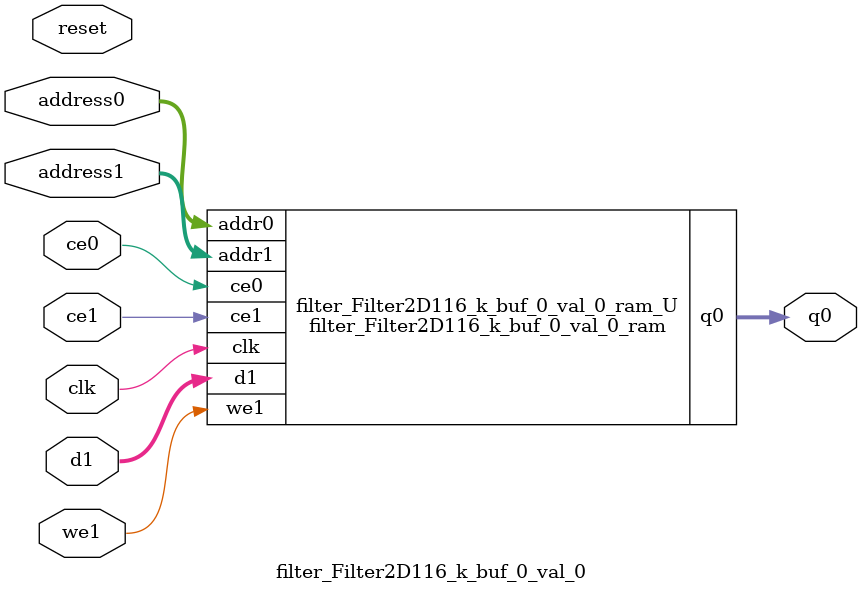
<source format=v>

`timescale 1 ns / 1 ps
module filter_Filter2D116_k_buf_0_val_0_ram (addr0, ce0, q0, addr1, ce1, d1, we1,  clk);

parameter DWIDTH = 8;
parameter AWIDTH = 11;
parameter MEM_SIZE = 1920;

input[AWIDTH-1:0] addr0;
input ce0;
output reg[DWIDTH-1:0] q0;
input[AWIDTH-1:0] addr1;
input ce1;
input[DWIDTH-1:0] d1;
input we1;
input clk;

(* ram_style = "block" *)reg [DWIDTH-1:0] ram[MEM_SIZE-1:0];




always @(posedge clk)  
begin 
    if (ce0) 
    begin
            q0 <= ram[addr0];
    end
end


always @(posedge clk)  
begin 
    if (ce1) 
    begin
        if (we1) 
        begin 
            ram[addr1] <= d1; 
        end 
    end
end


endmodule


`timescale 1 ns / 1 ps
module filter_Filter2D116_k_buf_0_val_0(
    reset,
    clk,
    address0,
    ce0,
    q0,
    address1,
    ce1,
    we1,
    d1);

parameter DataWidth = 32'd8;
parameter AddressRange = 32'd1920;
parameter AddressWidth = 32'd11;
input reset;
input clk;
input[AddressWidth - 1:0] address0;
input ce0;
output[DataWidth - 1:0] q0;
input[AddressWidth - 1:0] address1;
input ce1;
input we1;
input[DataWidth - 1:0] d1;



filter_Filter2D116_k_buf_0_val_0_ram filter_Filter2D116_k_buf_0_val_0_ram_U(
    .clk( clk ),
    .addr0( address0 ),
    .ce0( ce0 ),
    .q0( q0 ),
    .addr1( address1 ),
    .ce1( ce1 ),
    .d1( d1 ),
    .we1( we1 ));

endmodule


</source>
